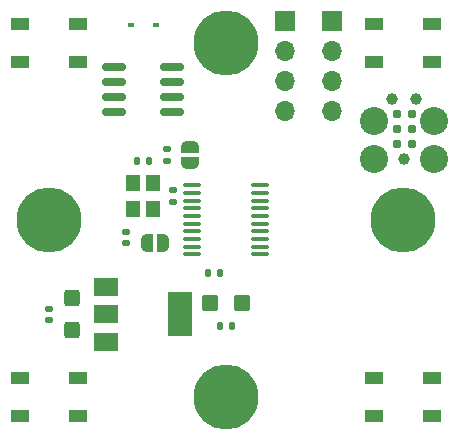
<source format=gbr>
%TF.GenerationSoftware,KiCad,Pcbnew,6.0.5+dfsg-1~bpo11+1*%
%TF.CreationDate,2022-08-22T22:12:17+00:00*%
%TF.ProjectId,LEDcube,4c454463-7562-4652-9e6b-696361645f70,rev?*%
%TF.SameCoordinates,Original*%
%TF.FileFunction,Soldermask,Top*%
%TF.FilePolarity,Negative*%
%FSLAX46Y46*%
G04 Gerber Fmt 4.6, Leading zero omitted, Abs format (unit mm)*
G04 Created by KiCad (PCBNEW 6.0.5+dfsg-1~bpo11+1) date 2022-08-22 22:12:17*
%MOMM*%
%LPD*%
G01*
G04 APERTURE LIST*
G04 Aperture macros list*
%AMRoundRect*
0 Rectangle with rounded corners*
0 $1 Rounding radius*
0 $2 $3 $4 $5 $6 $7 $8 $9 X,Y pos of 4 corners*
0 Add a 4 corners polygon primitive as box body*
4,1,4,$2,$3,$4,$5,$6,$7,$8,$9,$2,$3,0*
0 Add four circle primitives for the rounded corners*
1,1,$1+$1,$2,$3*
1,1,$1+$1,$4,$5*
1,1,$1+$1,$6,$7*
1,1,$1+$1,$8,$9*
0 Add four rect primitives between the rounded corners*
20,1,$1+$1,$2,$3,$4,$5,0*
20,1,$1+$1,$4,$5,$6,$7,0*
20,1,$1+$1,$6,$7,$8,$9,0*
20,1,$1+$1,$8,$9,$2,$3,0*%
%AMFreePoly0*
4,1,22,0.500000,-0.750000,0.000000,-0.750000,0.000000,-0.745033,-0.079941,-0.743568,-0.215256,-0.701293,-0.333266,-0.622738,-0.424486,-0.514219,-0.481581,-0.384460,-0.499164,-0.250000,-0.500000,-0.250000,-0.500000,0.250000,-0.499164,0.250000,-0.499963,0.256109,-0.478152,0.396186,-0.417904,0.524511,-0.324060,0.630769,-0.204165,0.706417,-0.067858,0.745374,0.000000,0.744959,0.000000,0.750000,
0.500000,0.750000,0.500000,-0.750000,0.500000,-0.750000,$1*%
%AMFreePoly1*
4,1,20,0.000000,0.744959,0.073905,0.744508,0.209726,0.703889,0.328688,0.626782,0.421226,0.519385,0.479903,0.390333,0.500000,0.250000,0.500000,-0.250000,0.499851,-0.262216,0.476331,-0.402017,0.414519,-0.529596,0.319384,-0.634700,0.198574,-0.708877,0.061801,-0.746166,0.000000,-0.745033,0.000000,-0.750000,-0.500000,-0.750000,-0.500000,0.750000,0.000000,0.750000,0.000000,0.744959,
0.000000,0.744959,$1*%
G04 Aperture macros list end*
%ADD10RoundRect,0.140000X0.140000X0.170000X-0.140000X0.170000X-0.140000X-0.170000X0.140000X-0.170000X0*%
%ADD11R,1.500000X1.000000*%
%ADD12RoundRect,0.140000X0.170000X-0.140000X0.170000X0.140000X-0.170000X0.140000X-0.170000X-0.140000X0*%
%ADD13C,5.500000*%
%ADD14R,1.200000X1.400000*%
%ADD15RoundRect,0.100000X-0.637500X-0.100000X0.637500X-0.100000X0.637500X0.100000X-0.637500X0.100000X0*%
%ADD16R,0.600000X0.450000*%
%ADD17RoundRect,0.250000X0.425000X-0.450000X0.425000X0.450000X-0.425000X0.450000X-0.425000X-0.450000X0*%
%ADD18RoundRect,0.135000X-0.185000X0.135000X-0.185000X-0.135000X0.185000X-0.135000X0.185000X0.135000X0*%
%ADD19R,2.000000X1.500000*%
%ADD20R,2.000000X3.800000*%
%ADD21FreePoly0,270.000000*%
%ADD22FreePoly1,270.000000*%
%ADD23FreePoly0,180.000000*%
%ADD24FreePoly1,180.000000*%
%ADD25RoundRect,0.135000X0.185000X-0.135000X0.185000X0.135000X-0.185000X0.135000X-0.185000X-0.135000X0*%
%ADD26RoundRect,0.140000X-0.170000X0.140000X-0.170000X-0.140000X0.170000X-0.140000X0.170000X0.140000X0*%
%ADD27RoundRect,0.250000X-0.450000X-0.425000X0.450000X-0.425000X0.450000X0.425000X-0.450000X0.425000X0*%
%ADD28RoundRect,0.150000X-0.825000X-0.150000X0.825000X-0.150000X0.825000X0.150000X-0.825000X0.150000X0*%
%ADD29RoundRect,0.135000X0.135000X0.185000X-0.135000X0.185000X-0.135000X-0.185000X0.135000X-0.185000X0*%
%ADD30C,0.990600*%
%ADD31C,2.374900*%
%ADD32C,0.787400*%
%ADD33R,1.700000X1.700000*%
%ADD34O,1.700000X1.700000*%
G04 APERTURE END LIST*
D10*
%TO.C,C104*%
X100480000Y-109000000D03*
X99520000Y-109000000D03*
%TD*%
D11*
%TO.C,D105*%
X112550000Y-113400000D03*
X112550000Y-116600000D03*
X117450000Y-116600000D03*
X117450000Y-113400000D03*
%TD*%
D12*
%TO.C,C106*%
X91500000Y-102000000D03*
X91500000Y-101040000D03*
%TD*%
D13*
%TO.C,H103*%
X100000000Y-115000000D03*
%TD*%
D14*
%TO.C,Y101*%
X93850000Y-99100000D03*
X93850000Y-96900000D03*
X92150000Y-96900000D03*
X92150000Y-99100000D03*
%TD*%
D10*
%TO.C,C105*%
X93460000Y-95000000D03*
X92500000Y-95000000D03*
%TD*%
D15*
%TO.C,U102*%
X97137500Y-97075000D03*
X97137500Y-97725000D03*
X97137500Y-98375000D03*
X97137500Y-99025000D03*
X97137500Y-99675000D03*
X97137500Y-100325000D03*
X97137500Y-100975000D03*
X97137500Y-101625000D03*
X97137500Y-102275000D03*
X97137500Y-102925000D03*
X102862500Y-102925000D03*
X102862500Y-102275000D03*
X102862500Y-101625000D03*
X102862500Y-100975000D03*
X102862500Y-100325000D03*
X102862500Y-99675000D03*
X102862500Y-99025000D03*
X102862500Y-98375000D03*
X102862500Y-97725000D03*
X102862500Y-97075000D03*
%TD*%
D16*
%TO.C,D101*%
X91950000Y-83500000D03*
X94050000Y-83500000D03*
%TD*%
D17*
%TO.C,C101*%
X87000000Y-109350000D03*
X87000000Y-106650000D03*
%TD*%
D18*
%TO.C,R103*%
X95500000Y-97500000D03*
X95500000Y-98520000D03*
%TD*%
D19*
%TO.C,U101*%
X89850000Y-105700000D03*
D20*
X96150000Y-108000000D03*
D19*
X89850000Y-108000000D03*
X89850000Y-110300000D03*
%TD*%
D11*
%TO.C,D104*%
X82550000Y-113400000D03*
X82550000Y-116600000D03*
X87450000Y-116600000D03*
X87450000Y-113400000D03*
%TD*%
%TO.C,D102*%
X112550000Y-83400000D03*
X112550000Y-86600000D03*
X117450000Y-86600000D03*
X117450000Y-83400000D03*
%TD*%
D21*
%TO.C,JP102*%
X97000000Y-93850000D03*
D22*
X97000000Y-95150000D03*
%TD*%
D23*
%TO.C,JP101*%
X94650000Y-102000000D03*
D24*
X93350000Y-102000000D03*
%TD*%
D25*
%TO.C,R102*%
X95000000Y-95010000D03*
X95000000Y-93990000D03*
%TD*%
D26*
%TO.C,C102*%
X85000000Y-107520000D03*
X85000000Y-108480000D03*
%TD*%
D13*
%TO.C,H104*%
X85000000Y-100000000D03*
%TD*%
%TO.C,H102*%
X115000000Y-100000000D03*
%TD*%
D27*
%TO.C,C103*%
X98650000Y-107000000D03*
X101350000Y-107000000D03*
%TD*%
D28*
%TO.C,U103*%
X90505000Y-87095000D03*
X90505000Y-88365000D03*
X90505000Y-89635000D03*
X90505000Y-90905000D03*
X95455000Y-90905000D03*
X95455000Y-89635000D03*
X95455000Y-88365000D03*
X95455000Y-87095000D03*
%TD*%
D13*
%TO.C,H101*%
X100000000Y-85000000D03*
%TD*%
D29*
%TO.C,R101*%
X99500000Y-104500000D03*
X98480000Y-104500000D03*
%TD*%
D11*
%TO.C,D103*%
X82550000Y-83400000D03*
X82550000Y-86600000D03*
X87450000Y-86600000D03*
X87450000Y-83400000D03*
%TD*%
D30*
%TO.C,J103*%
X114084000Y-89760000D03*
D31*
X112560000Y-94840000D03*
D30*
X116116000Y-89760000D03*
D31*
X117640000Y-94840000D03*
D30*
X115100000Y-94840000D03*
D31*
X112560000Y-91665000D03*
X117640000Y-91665000D03*
D32*
X115735000Y-93570000D03*
X114465000Y-93570000D03*
X115735000Y-92300000D03*
X114465000Y-92300000D03*
X115735000Y-91030000D03*
X114465000Y-91030000D03*
%TD*%
D33*
%TO.C,J101*%
X105000000Y-83200000D03*
D34*
X105000000Y-85740000D03*
X105000000Y-88280000D03*
X105000000Y-90820000D03*
%TD*%
D33*
%TO.C,J102*%
X109000000Y-83200000D03*
D34*
X109000000Y-85740000D03*
X109000000Y-88280000D03*
X109000000Y-90820000D03*
%TD*%
M02*

</source>
